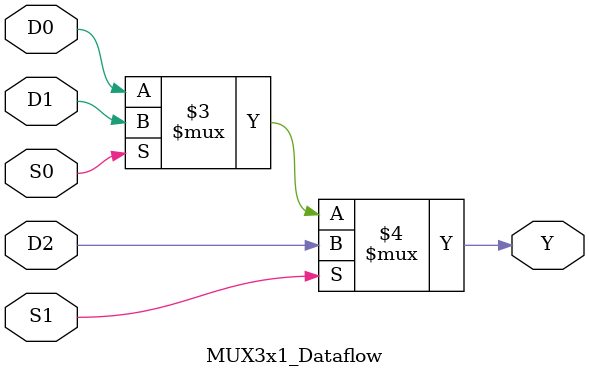
<source format=v>
module MUX3x1_Dataflow (
    input D0, D1, D2,
    input S0, S1,

    output Y
);
    assign Y = (S1 == 1'b1) ? D2 : ((S0 == 1'b1) ? D1 : D0);
    
endmodule
</source>
